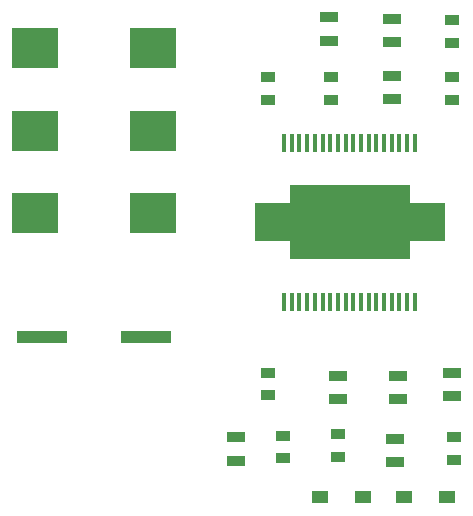
<source format=gbr>
%FSTAX23Y23*%
%MOIN*%
%SFA1B1*%

%IPPOS*%
%ADD19R,0.051181X0.035433*%
%ADD20R,0.059055X0.033465*%
%ADD21R,0.165354X0.043307*%
%ADD22R,0.637794X0.125984*%
%ADD23R,0.401574X0.248031*%
%ADD24R,0.018110X0.059055*%
%ADD25R,0.157480X0.133858*%
%ADD26R,0.055118X0.043307*%
%LNpcb1_paste_top-1*%
%LPD*%
G54D19*
X01455Y02185D03*
Y0226D03*
X01865Y00985D03*
Y0106D03*
X0186Y02375D03*
Y0245D03*
Y0226D03*
Y02185D03*
X01295Y01065D03*
Y0099D03*
X0148Y00995D03*
Y0107D03*
X01245Y012D03*
Y01275D03*
Y02185D03*
Y0226D03*
G54D20*
X0148Y01265D03*
Y01186D03*
X0167Y01055D03*
Y00976D03*
X0145Y0246D03*
Y02381D03*
X0166Y02186D03*
Y02265D03*
Y02455D03*
Y02376D03*
X0114Y0106D03*
Y00981D03*
X0168Y01265D03*
Y01186D03*
X0186Y01275D03*
Y01196D03*
G54D21*
X00839Y01395D03*
X00492D03*
G54D22*
X01517Y01777D03*
G54D23*
X01517Y01777D03*
G54D24*
X01734Y01511D03*
X01709D03*
X01683D03*
X01657D03*
X01632D03*
X01606D03*
X01581D03*
X01555D03*
X01529D03*
X01504D03*
X01478D03*
X01453D03*
X01427D03*
X01401D03*
X01376D03*
X0135D03*
X01325D03*
X01299D03*
X01734Y02042D03*
X01709D03*
X01683D03*
X01657D03*
X01632D03*
X01606D03*
X01581D03*
X01555D03*
X01529D03*
X01504D03*
X01478D03*
X01453D03*
X01427D03*
X01401D03*
X01376D03*
X0135D03*
X01325D03*
X01299D03*
G54D25*
X00861Y01807D03*
X00468D03*
X00861Y02082D03*
X00468D03*
X00861Y02357D03*
X00468D03*
G54D26*
X01841Y0086D03*
X01698D03*
X01561D03*
X01418D03*
M02*
</source>
